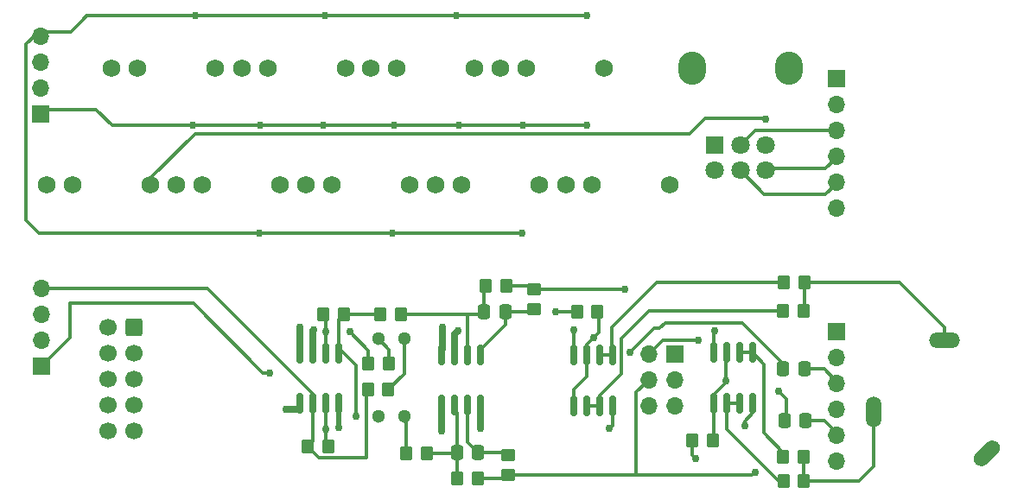
<source format=gbr>
G04 #@! TF.GenerationSoftware,KiCad,Pcbnew,8.0.2*
G04 #@! TF.CreationDate,2025-05-17T16:19:13-07:00*
G04 #@! TF.ProjectId,Exits-1U,45786974-732d-4315-952e-6b696361645f,2.1*
G04 #@! TF.SameCoordinates,Original*
G04 #@! TF.FileFunction,Copper,L1,Top*
G04 #@! TF.FilePolarity,Positive*
%FSLAX46Y46*%
G04 Gerber Fmt 4.6, Leading zero omitted, Abs format (unit mm)*
G04 Created by KiCad (PCBNEW 8.0.2) date 2025-05-17 16:19:13*
%MOMM*%
%LPD*%
G01*
G04 APERTURE LIST*
G04 Aperture macros list*
%AMRoundRect*
0 Rectangle with rounded corners*
0 $1 Rounding radius*
0 $2 $3 $4 $5 $6 $7 $8 $9 X,Y pos of 4 corners*
0 Add a 4 corners polygon primitive as box body*
4,1,4,$2,$3,$4,$5,$6,$7,$8,$9,$2,$3,0*
0 Add four circle primitives for the rounded corners*
1,1,$1+$1,$2,$3*
1,1,$1+$1,$4,$5*
1,1,$1+$1,$6,$7*
1,1,$1+$1,$8,$9*
0 Add four rect primitives between the rounded corners*
20,1,$1+$1,$2,$3,$4,$5,0*
20,1,$1+$1,$4,$5,$6,$7,0*
20,1,$1+$1,$6,$7,$8,$9,0*
20,1,$1+$1,$8,$9,$2,$3,0*%
%AMHorizOval*
0 Thick line with rounded ends*
0 $1 width*
0 $2 $3 position (X,Y) of the first rounded end (center of the circle)*
0 $4 $5 position (X,Y) of the second rounded end (center of the circle)*
0 Add line between two ends*
20,1,$1,$2,$3,$4,$5,0*
0 Add two circle primitives to create the rounded ends*
1,1,$1,$2,$3*
1,1,$1,$4,$5*%
G04 Aperture macros list end*
G04 #@! TA.AperFunction,SMDPad,CuDef*
%ADD10RoundRect,0.150000X-0.150000X0.825000X-0.150000X-0.825000X0.150000X-0.825000X0.150000X0.825000X0*%
G04 #@! TD*
G04 #@! TA.AperFunction,ComponentPad*
%ADD11C,1.727200*%
G04 #@! TD*
G04 #@! TA.AperFunction,SMDPad,CuDef*
%ADD12RoundRect,0.250000X-0.350000X-0.450000X0.350000X-0.450000X0.350000X0.450000X-0.350000X0.450000X0*%
G04 #@! TD*
G04 #@! TA.AperFunction,ComponentPad*
%ADD13O,2.720000X3.240000*%
G04 #@! TD*
G04 #@! TA.AperFunction,ComponentPad*
%ADD14R,1.800000X1.800000*%
G04 #@! TD*
G04 #@! TA.AperFunction,ComponentPad*
%ADD15C,1.800000*%
G04 #@! TD*
G04 #@! TA.AperFunction,SMDPad,CuDef*
%ADD16RoundRect,0.250000X-0.337500X-0.475000X0.337500X-0.475000X0.337500X0.475000X-0.337500X0.475000X0*%
G04 #@! TD*
G04 #@! TA.AperFunction,ComponentPad*
%ADD17HorizOval,1.508000X-0.533159X-0.533159X0.533159X0.533159X0*%
G04 #@! TD*
G04 #@! TA.AperFunction,ComponentPad*
%ADD18O,1.508000X3.016000*%
G04 #@! TD*
G04 #@! TA.AperFunction,ComponentPad*
%ADD19O,3.016000X1.508000*%
G04 #@! TD*
G04 #@! TA.AperFunction,SMDPad,CuDef*
%ADD20RoundRect,0.250000X-0.450000X0.350000X-0.450000X-0.350000X0.450000X-0.350000X0.450000X0.350000X0*%
G04 #@! TD*
G04 #@! TA.AperFunction,SMDPad,CuDef*
%ADD21RoundRect,0.250000X0.450000X-0.350000X0.450000X0.350000X-0.450000X0.350000X-0.450000X-0.350000X0*%
G04 #@! TD*
G04 #@! TA.AperFunction,SMDPad,CuDef*
%ADD22RoundRect,0.250000X0.337500X0.475000X-0.337500X0.475000X-0.337500X-0.475000X0.337500X-0.475000X0*%
G04 #@! TD*
G04 #@! TA.AperFunction,ComponentPad*
%ADD23R,1.700000X1.700000*%
G04 #@! TD*
G04 #@! TA.AperFunction,ComponentPad*
%ADD24O,1.700000X1.700000*%
G04 #@! TD*
G04 #@! TA.AperFunction,ComponentPad*
%ADD25RoundRect,0.250000X0.600000X0.600000X-0.600000X0.600000X-0.600000X-0.600000X0.600000X-0.600000X0*%
G04 #@! TD*
G04 #@! TA.AperFunction,ComponentPad*
%ADD26C,1.700000*%
G04 #@! TD*
G04 #@! TA.AperFunction,ComponentPad*
%ADD27C,1.300000*%
G04 #@! TD*
G04 #@! TA.AperFunction,ViaPad*
%ADD28C,0.762000*%
G04 #@! TD*
G04 #@! TA.AperFunction,Conductor*
%ADD29C,0.304800*%
G04 #@! TD*
G04 #@! TA.AperFunction,Conductor*
%ADD30C,0.635000*%
G04 #@! TD*
G04 #@! TA.AperFunction,Conductor*
%ADD31C,0.508000*%
G04 #@! TD*
G04 APERTURE END LIST*
D10*
X124358400Y-135802600D03*
X123088400Y-135802600D03*
X121818400Y-135802600D03*
X120548400Y-135802600D03*
X120548400Y-140752600D03*
X121818400Y-140752600D03*
X123088400Y-140752600D03*
X124358400Y-140752600D03*
D11*
X67945000Y-119354600D03*
X70485000Y-119354600D03*
X78105000Y-119354600D03*
D10*
X97713800Y-136005800D03*
X96443800Y-136005800D03*
X95173800Y-136005800D03*
X93903800Y-136005800D03*
X93903800Y-140955800D03*
X95173800Y-140955800D03*
X96443800Y-140955800D03*
X97713800Y-140955800D03*
D11*
X55245000Y-119354600D03*
X57785000Y-119354600D03*
X65405000Y-119354600D03*
D12*
X82312000Y-132080000D03*
X84312000Y-132080000D03*
D11*
X61595000Y-107924600D03*
X64135000Y-107924600D03*
X71755000Y-107924600D03*
D12*
X98212400Y-129235200D03*
X100212400Y-129235200D03*
D13*
X118414800Y-107950000D03*
X127914800Y-107950000D03*
D14*
X120664800Y-115450000D03*
D15*
X123164800Y-115450000D03*
X125664800Y-115450000D03*
X120664800Y-117950000D03*
X123164800Y-117950000D03*
X125664800Y-117950000D03*
D12*
X95418400Y-148132800D03*
X97418400Y-148132800D03*
D10*
X83794600Y-135853400D03*
X82524600Y-135853400D03*
X81254600Y-135853400D03*
X79984600Y-135853400D03*
X79984600Y-140803400D03*
X81254600Y-140803400D03*
X82524600Y-140803400D03*
X83794600Y-140803400D03*
D16*
X95380900Y-145592800D03*
X97455900Y-145592800D03*
D12*
X127457200Y-128930400D03*
X129457200Y-128930400D03*
X86680800Y-139446000D03*
X88680800Y-139446000D03*
X107153200Y-131775200D03*
X109153200Y-131775200D03*
X127355600Y-145999200D03*
X129355600Y-145999200D03*
X118446800Y-144424400D03*
X120446800Y-144424400D03*
D11*
X106095800Y-119354600D03*
X108635800Y-119354600D03*
X116255800Y-119354600D03*
D17*
X147293200Y-145718400D03*
D18*
X136197200Y-141622400D03*
D19*
X143197200Y-134622400D03*
D12*
X80788000Y-144983200D03*
X82788000Y-144983200D03*
D20*
X100431600Y-145812000D03*
X100431600Y-147812000D03*
D11*
X93342800Y-119354600D03*
X95882800Y-119354600D03*
X103502800Y-119354600D03*
D21*
X102971600Y-131556000D03*
X102971600Y-129556000D03*
D22*
X129545500Y-142494000D03*
X127470500Y-142494000D03*
D11*
X74345800Y-107924600D03*
X76885800Y-107924600D03*
X84505800Y-107924600D03*
D23*
X54660800Y-137160000D03*
D24*
X54660800Y-134620000D03*
X54660800Y-132080000D03*
X54660800Y-129540000D03*
D11*
X80645000Y-119354600D03*
X83185000Y-119354600D03*
X90805000Y-119354600D03*
D12*
X127406400Y-148386800D03*
X129406400Y-148386800D03*
D10*
X110642400Y-136070800D03*
X109372400Y-136070800D03*
X108102400Y-136070800D03*
X106832400Y-136070800D03*
X106832400Y-141020800D03*
X108102400Y-141020800D03*
X109372400Y-141020800D03*
X110642400Y-141020800D03*
D11*
X86992800Y-107924600D03*
X89532800Y-107924600D03*
X97152800Y-107924600D03*
D12*
X127355600Y-131724400D03*
X129355600Y-131724400D03*
D11*
X99695000Y-107924600D03*
X102235000Y-107924600D03*
X109855000Y-107924600D03*
D16*
X98073300Y-131775200D03*
X100148300Y-131775200D03*
D12*
X87900000Y-132029200D03*
X89900000Y-132029200D03*
X86731600Y-136855200D03*
X88731600Y-136855200D03*
D22*
X129443900Y-137414000D03*
X127368900Y-137414000D03*
D12*
X90440000Y-145694400D03*
X92440000Y-145694400D03*
D23*
X132588000Y-133705600D03*
D24*
X132588000Y-136245600D03*
X132588000Y-138785600D03*
X132588000Y-141325600D03*
X132588000Y-143865600D03*
X132588000Y-146405600D03*
D23*
X132588000Y-108915200D03*
D24*
X132588000Y-111455200D03*
X132588000Y-113995200D03*
X132588000Y-116535200D03*
X132588000Y-119075200D03*
X132588000Y-121615200D03*
D23*
X116743400Y-135905000D03*
D24*
X114203400Y-135905000D03*
X116743400Y-138445000D03*
X114203400Y-138445000D03*
X116743400Y-140985000D03*
X114203400Y-140985000D03*
D25*
X63754000Y-133299200D03*
D26*
X61214000Y-133299200D03*
X63754000Y-135839200D03*
X61214000Y-135839200D03*
X63754000Y-138379200D03*
X61214000Y-138379200D03*
X63754000Y-140919200D03*
X61214000Y-140919200D03*
X63754000Y-143459200D03*
X61214000Y-143459200D03*
D27*
X90220800Y-142036800D03*
X87680800Y-142036800D03*
X90220800Y-134436800D03*
X87680800Y-134436800D03*
D23*
X54610000Y-112369600D03*
D24*
X54610000Y-109829600D03*
X54610000Y-107289600D03*
X54610000Y-104749600D03*
D28*
X108811576Y-134313176D03*
X112320824Y-135737600D03*
X126949200Y-139598400D03*
X121767600Y-138582400D03*
X118770400Y-146202400D03*
X95504000Y-133654800D03*
X78689200Y-141376400D03*
X93929200Y-143510000D03*
X105054400Y-131775200D03*
X81330800Y-133553200D03*
X123574900Y-142991250D03*
X110337600Y-143256000D03*
X97688400Y-143256000D03*
X83820000Y-143154400D03*
X106853900Y-133604000D03*
X120650000Y-133654800D03*
X80010000Y-133350000D03*
X93980000Y-133350000D03*
X84886800Y-133756400D03*
X77012800Y-137769600D03*
X82524600Y-133756400D03*
X82448400Y-102768400D03*
X76047600Y-124104400D03*
X95300800Y-102768400D03*
X69748400Y-102768400D03*
X89103200Y-124104400D03*
X101803200Y-124104400D03*
X108102400Y-102768400D03*
X69545200Y-113538000D03*
X101854000Y-113538000D03*
X82296000Y-113538000D03*
X76149200Y-113538000D03*
X89204800Y-113538000D03*
X95605600Y-113538000D03*
X108153200Y-113538000D03*
X124612400Y-147523200D03*
X125628400Y-112877600D03*
X111826800Y-129556000D03*
X119024400Y-134569200D03*
X85496400Y-142036800D03*
X82524600Y-143306800D03*
D29*
X112320824Y-135737600D02*
X112369600Y-135737600D01*
X106832400Y-139446000D02*
X108102400Y-138176000D01*
X115798600Y-132867400D02*
X123397100Y-132867400D01*
X109286800Y-131775200D02*
X109286800Y-133837952D01*
X112369600Y-135737600D02*
X114706400Y-133400800D01*
X109286800Y-133837952D02*
X108811576Y-134313176D01*
X123397100Y-132867400D02*
X127368900Y-136839200D01*
X108811576Y-134313176D02*
X108102400Y-135022352D01*
X108102400Y-135022352D02*
X108102400Y-136070800D01*
X114706400Y-133400800D02*
X115265200Y-133400800D01*
X106832400Y-141020800D02*
X106832400Y-139446000D01*
X127368900Y-136839200D02*
X127368900Y-137414000D01*
X115265200Y-133400800D02*
X115798600Y-132867400D01*
X108102400Y-138176000D02*
X108102400Y-136070800D01*
X131419600Y-137414000D02*
X132791200Y-138785600D01*
X130018700Y-137414000D02*
X131419600Y-137414000D01*
X120548400Y-139954000D02*
X121767600Y-138734800D01*
X127673700Y-140322900D02*
X127673700Y-142494000D01*
X120446800Y-144424400D02*
X120599200Y-144272000D01*
X126949200Y-139598400D02*
X127673700Y-140322900D01*
X121767600Y-138582400D02*
X121767600Y-135874400D01*
X120599200Y-144272000D02*
X120599200Y-141249400D01*
X120599200Y-141249400D02*
X120589400Y-141239600D01*
X120589400Y-140089300D02*
X120589400Y-141239600D01*
X121767600Y-138734800D02*
X121767600Y-138582400D01*
X121767600Y-135874400D02*
X121818400Y-135874400D01*
X120548400Y-140752600D02*
X120548400Y-139954000D01*
X131419600Y-142494000D02*
X130171100Y-142494000D01*
X132842000Y-143916400D02*
X131419600Y-142494000D01*
X96443800Y-132105400D02*
X96367600Y-132029200D01*
X98073300Y-131775200D02*
X98073300Y-129374300D01*
X96367600Y-132029200D02*
X97819300Y-132029200D01*
X96443800Y-135480800D02*
X96443800Y-132105400D01*
X98073300Y-129374300D02*
X98212400Y-129235200D01*
X97819300Y-132029200D02*
X98073300Y-131775200D01*
X89900000Y-132029200D02*
X96367600Y-132029200D01*
X100148300Y-131775200D02*
X102752400Y-131775200D01*
X100148300Y-133046300D02*
X100148300Y-131775200D01*
X102752400Y-131775200D02*
X102971600Y-131556000D01*
X97713800Y-135480800D02*
X100148300Y-133046300D01*
X95380900Y-145592800D02*
X95380900Y-141687900D01*
X95418400Y-148132800D02*
X95418400Y-145630300D01*
X95380900Y-141687900D02*
X95173800Y-141480800D01*
X95418400Y-145630300D02*
X95380900Y-145592800D01*
X92440000Y-145694400D02*
X95279300Y-145694400D01*
X95279300Y-145694400D02*
X95380900Y-145592800D01*
X100212400Y-145592800D02*
X100431600Y-145812000D01*
X97455900Y-145592800D02*
X100212400Y-145592800D01*
X96443800Y-144580700D02*
X96443800Y-141480800D01*
X97455900Y-145592800D02*
X96443800Y-144580700D01*
D30*
X93903800Y-141480800D02*
X93903800Y-143484600D01*
D29*
X107153200Y-131775200D02*
X105054400Y-131775200D01*
D30*
X79984600Y-141328400D02*
X78737200Y-141328400D01*
D29*
X118446800Y-145878800D02*
X118770400Y-146202400D01*
D30*
X95173800Y-135480800D02*
X95173800Y-133985000D01*
X95173800Y-133985000D02*
X95504000Y-133654800D01*
X81254600Y-135328400D02*
X81254600Y-133629400D01*
X81254600Y-133629400D02*
X81330800Y-133553200D01*
X93903800Y-143484600D02*
X93929200Y-143510000D01*
D29*
X118446800Y-144424400D02*
X118446800Y-145878800D01*
D30*
X78737200Y-141328400D02*
X78689200Y-141376400D01*
D29*
X110642400Y-142951200D02*
X110337600Y-143256000D01*
D31*
X83820000Y-143154400D02*
X83820000Y-141353800D01*
D29*
X124358400Y-140752600D02*
X124358400Y-141727599D01*
X123574900Y-142511099D02*
X123574900Y-142991250D01*
D31*
X83820000Y-141353800D02*
X83794600Y-141328400D01*
D30*
X97688400Y-141506200D02*
X97713800Y-141480800D01*
X97688400Y-143256000D02*
X97688400Y-141506200D01*
D29*
X110642400Y-141020800D02*
X110642400Y-142951200D01*
X124358400Y-141727599D02*
X123574900Y-142511099D01*
X106832400Y-133625500D02*
X106853900Y-133604000D01*
X106832400Y-136070800D02*
X106832400Y-133625500D01*
X120589400Y-135315600D02*
X120589400Y-133715400D01*
D30*
X80010000Y-135303000D02*
X79984600Y-135328400D01*
X80010000Y-133350000D02*
X80010000Y-135303000D01*
X93980000Y-133350000D02*
X93980000Y-135404600D01*
X93980000Y-135404600D02*
X93903800Y-135480800D01*
D29*
X120589400Y-133715400D02*
X120650000Y-133654800D01*
X109372400Y-136070800D02*
X110642400Y-136070800D01*
X110617000Y-133324600D02*
X115011200Y-128930400D01*
X110642400Y-136070800D02*
X110617000Y-136045400D01*
X115011200Y-128930400D02*
X127457200Y-128930400D01*
X110617000Y-136045400D02*
X110617000Y-133324600D01*
X109372400Y-141020800D02*
X109372400Y-140045801D01*
X111533424Y-134393424D02*
X114202448Y-131724400D01*
X114202448Y-131724400D02*
X127355600Y-131724400D01*
X109372400Y-141020800D02*
X108102400Y-141020800D01*
X109372400Y-140045801D02*
X111533424Y-137884777D01*
X111533424Y-137884777D02*
X111533424Y-134393424D01*
X125476000Y-137464800D02*
X125463300Y-137477500D01*
X127355600Y-145576800D02*
X127355600Y-145999200D01*
X125476000Y-136920200D02*
X125476000Y-137464800D01*
X125463300Y-137477500D02*
X125463300Y-143684500D01*
X124358400Y-135802600D02*
X125476000Y-136920200D01*
X125463300Y-143684500D02*
X127355600Y-145576800D01*
X124358400Y-135802600D02*
X123088400Y-135802600D01*
X126902448Y-148386800D02*
X121818400Y-143302752D01*
X127406400Y-148386800D02*
X126902448Y-148386800D01*
X121818400Y-143302752D02*
X121818400Y-140752600D01*
X123088400Y-140752600D02*
X121818400Y-140752600D01*
X69596000Y-130962400D02*
X76403200Y-137769600D01*
X82524600Y-135328400D02*
X82524600Y-133756400D01*
X82524600Y-132292600D02*
X82312000Y-132080000D01*
X82524600Y-133756400D02*
X82524600Y-132292600D01*
X57505600Y-130962400D02*
X69596000Y-130962400D01*
X76403200Y-137769600D02*
X77012800Y-137769600D01*
X86731600Y-135601200D02*
X84886800Y-133756400D01*
X57505600Y-134315200D02*
X57505600Y-130962400D01*
X86731600Y-136855200D02*
X86731600Y-135601200D01*
X54660800Y-137160000D02*
X57505600Y-134315200D01*
X81254600Y-144516600D02*
X80788000Y-144983200D01*
X86512400Y-139614400D02*
X86680800Y-139446000D01*
X81254600Y-140803400D02*
X81254600Y-139828401D01*
X70966199Y-129540000D02*
X54660800Y-129540000D01*
X80788000Y-144983200D02*
X81894400Y-146089600D01*
X81254600Y-141328400D02*
X81254600Y-144516600D01*
X81254600Y-139828401D02*
X70966199Y-129540000D01*
X81254600Y-141328400D02*
X81254600Y-140589000D01*
X81894400Y-146089600D02*
X86512400Y-146089600D01*
X86512400Y-146089600D02*
X86512400Y-139614400D01*
X53176200Y-122823000D02*
X54457600Y-124104400D01*
X82448400Y-102768400D02*
X95300800Y-102768400D01*
X69748400Y-102768400D02*
X82448400Y-102768400D01*
X89103200Y-124104400D02*
X101803200Y-124104400D01*
X54457600Y-124104400D02*
X76047600Y-124104400D01*
X54432600Y-104333200D02*
X53176200Y-105589600D01*
X53176200Y-105589600D02*
X53176200Y-122823000D01*
X76047600Y-124104400D02*
X89103200Y-124104400D01*
X58724800Y-103174800D02*
X59131200Y-102768400D01*
X95300800Y-102768400D02*
X108102400Y-102768400D01*
X59131200Y-102768400D02*
X69748400Y-102768400D01*
X57566400Y-104333200D02*
X58724800Y-103174800D01*
X54432600Y-104333200D02*
X57566400Y-104333200D01*
X54432600Y-111953200D02*
X60035600Y-111953200D01*
X89204800Y-113538000D02*
X95605600Y-113538000D01*
X60035600Y-111953200D02*
X61620400Y-113538000D01*
X101854000Y-113538000D02*
X108153200Y-113538000D01*
X82296000Y-113538000D02*
X89204800Y-113538000D01*
X61620400Y-113538000D02*
X69545200Y-113538000D01*
X95605600Y-113538000D02*
X101854000Y-113538000D01*
X76149200Y-113538000D02*
X82296000Y-113538000D01*
X69545200Y-113538000D02*
X76149200Y-113538000D01*
X125509200Y-120294400D02*
X123164800Y-117950000D01*
X132740400Y-119075200D02*
X131521200Y-120294400D01*
X131521200Y-120294400D02*
X125509200Y-120294400D01*
X132740400Y-113995200D02*
X124619600Y-113995200D01*
X124619600Y-113995200D02*
X123164800Y-115450000D01*
X125690000Y-117924800D02*
X125690000Y-118559600D01*
X112947000Y-139701400D02*
X114203400Y-138445000D01*
X100431600Y-147812000D02*
X112947000Y-147812000D01*
X124323600Y-147812000D02*
X124612400Y-147523200D01*
X132740400Y-116535200D02*
X131521200Y-117754400D01*
X125860400Y-117754400D02*
X125690000Y-117924800D01*
X112947000Y-147812000D02*
X124323600Y-147812000D01*
X100110800Y-148132800D02*
X100431600Y-147812000D01*
X97418400Y-148132800D02*
X100110800Y-148132800D01*
X112947000Y-147812000D02*
X112947000Y-139701400D01*
X131521200Y-117754400D02*
X125860400Y-117754400D01*
X100212400Y-129235200D02*
X102650800Y-129235200D01*
X118186200Y-114325400D02*
X69750600Y-114325400D01*
X69750600Y-114325400D02*
X65405000Y-118671000D01*
X125577600Y-112826800D02*
X125628400Y-112877600D01*
X118186200Y-114325400D02*
X119684800Y-112826800D01*
X114203400Y-135905000D02*
X115539200Y-134569200D01*
X119684800Y-112826800D02*
X125577600Y-112826800D01*
X102650800Y-129235200D02*
X102971600Y-129556000D01*
X102971600Y-129556000D02*
X111826800Y-129556000D01*
X115539200Y-134569200D02*
X119024400Y-134569200D01*
X138785600Y-128930400D02*
X129457200Y-128930400D01*
X143197200Y-134622400D02*
X143197200Y-133342000D01*
X129457200Y-131622800D02*
X129355600Y-131724400D01*
X143197200Y-133342000D02*
X138785600Y-128930400D01*
X129457200Y-128930400D02*
X129457200Y-131622800D01*
X136197200Y-141622400D02*
X136197200Y-142105000D01*
X129406400Y-148386800D02*
X129406400Y-146050000D01*
X136194800Y-146964400D02*
X136194800Y-141624800D01*
X134772400Y-148386800D02*
X136194800Y-146964400D01*
X129406400Y-148386800D02*
X134772400Y-148386800D01*
X136194800Y-141624800D02*
X136197200Y-141622400D01*
X129406400Y-146050000D02*
X129355600Y-145999200D01*
X87849200Y-132080000D02*
X87900000Y-132029200D01*
X83794600Y-135328400D02*
X83794600Y-132597400D01*
X85496400Y-137030200D02*
X83794600Y-135328400D01*
X84312000Y-132080000D02*
X87849200Y-132080000D01*
X83794600Y-132597400D02*
X84312000Y-132080000D01*
X85496400Y-142036800D02*
X85496400Y-137030200D01*
X88731600Y-136855200D02*
X88731600Y-135487600D01*
X88731600Y-135487600D02*
X87680800Y-134436800D01*
X88680800Y-139446000D02*
X90220800Y-137906000D01*
X90220800Y-137906000D02*
X90220800Y-134436800D01*
X90440000Y-145694400D02*
X90440000Y-142256000D01*
X82524600Y-141328400D02*
X82524600Y-143306800D01*
X82524600Y-144719800D02*
X82788000Y-144983200D01*
X90440000Y-142256000D02*
X90220800Y-142036800D01*
X82524600Y-143306800D02*
X82524600Y-144719800D01*
M02*

</source>
